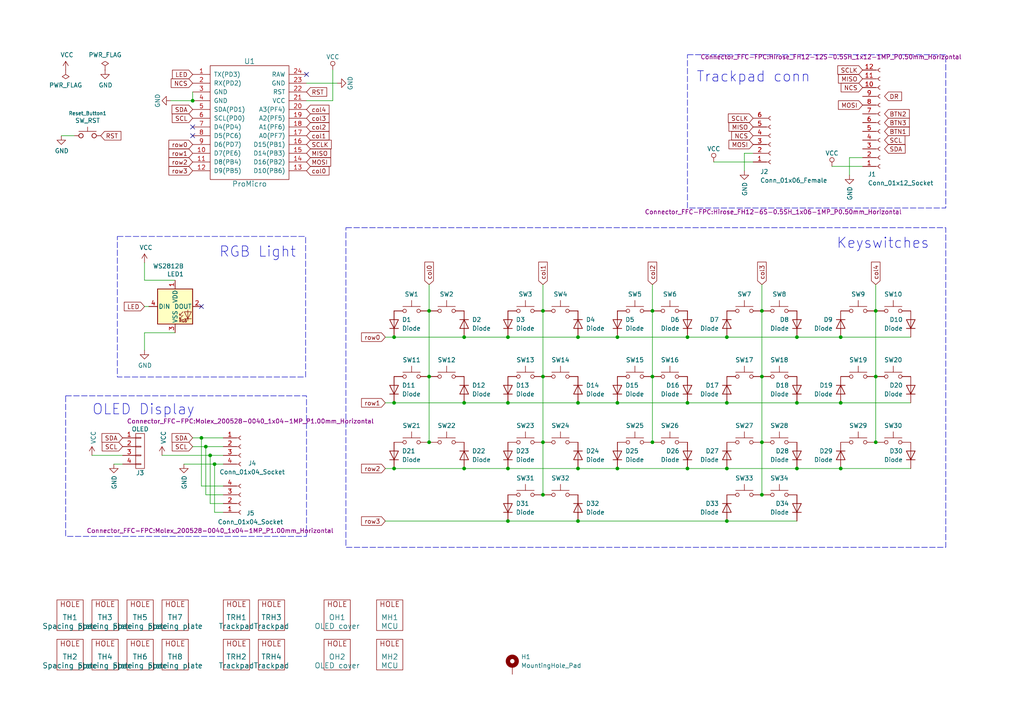
<source format=kicad_sch>
(kicad_sch (version 20231120) (generator "eeschema") (generator_version "8.0")
  (paper "A4")
  (lib_symbols
    (symbol "Connector:Conn_01x04_Socket" (pin_names (offset 1.016) hide)
      (property "Reference" "J" (at 0 5.08 0))
      (property "Value" "Conn_01x04_Socket" (at 0 -7.62 0))
      (symbol "Conn_01x04_Socket_1_1"
        (pin passive line (at -5.08 2.54 0) (length 3.81) (name "Pin_1") (number "1"))
        (pin passive line (at -5.08 0 0) (length 3.81) (name "Pin_2") (number "2"))
        (pin passive line (at -5.08 -2.54 0) (length 3.81) (name "Pin_3") (number "3"))
        (pin passive line (at -5.08 -5.08 0) (length 3.81) (name "Pin_4") (number "4"))
      )
    )
    (symbol "Connector:Conn_01x06_Female" (pin_names (offset 1.016) hide)
      (property "Reference" "J" (at 0 7.62 0))
      (property "Value" "Conn_01x06_Female" (at 0 -10.16 0))
      (symbol "Conn_01x06_Female_1_1"
        (pin passive line (at -5.08 5.08 0) (length 3.81) (name "Pin_1") (number "1"))
        (pin passive line (at -5.08 2.54 0) (length 3.81) (name "Pin_2") (number "2"))
        (pin passive line (at -5.08 0 0) (length 3.81) (name "Pin_3") (number "3"))
        (pin passive line (at -5.08 -2.54 0) (length 3.81) (name "Pin_4") (number "4"))
        (pin passive line (at -5.08 -5.08 0) (length 3.81) (name "Pin_5") (number "5"))
        (pin passive line (at -5.08 -7.62 0) (length 3.81) (name "Pin_6") (number "6"))
      )
    )
    (symbol "Connector:Conn_01x12_Socket" (pin_names (offset 1.016) hide)
      (property "Reference" "J" (at 0 15.24 0))
      (property "Value" "Conn_01x12_Socket" (at 0 -17.78 0))
      (symbol "Conn_01x12_Socket_1_1"
        (pin passive line (at -5.08 12.7 0) (length 3.81) (name "Pin_1") (number "1"))
        (pin passive line (at -5.08 -10.16 0) (length 3.81) (name "Pin_10") (number "10"))
        (pin passive line (at -5.08 -12.7 0) (length 3.81) (name "Pin_11") (number "11"))
        (pin passive line (at -5.08 -15.24 0) (length 3.81) (name "Pin_12") (number "12"))
        (pin passive line (at -5.08 10.16 0) (length 3.81) (name "Pin_2") (number "2"))
        (pin passive line (at -5.08 7.62 0) (length 3.81) (name "Pin_3") (number "3"))
        (pin passive line (at -5.08 5.08 0) (length 3.81) (name "Pin_4") (number "4"))
        (pin passive line (at -5.08 2.54 0) (length 3.81) (name "Pin_5") (number "5"))
        (pin passive line (at -5.08 0 0) (length 3.81) (name "Pin_6") (number "6"))
        (pin passive line (at -5.08 -2.54 0) (length 3.81) (name "Pin_7") (number "7"))
        (pin passive line (at -5.08 -5.08 0) (length 3.81) (name "Pin_8") (number "8"))
        (pin passive line (at -5.08 -7.62 0) (length 3.81) (name "Pin_9") (number "9"))
      )
    )
    (symbol "LED:WS2812B" (pin_names (offset 0.254))
      (property "Reference" "D" (at 5.08 5.715 0))
      (property "Value" "WS2812B" (at 1.27 -5.715 0))
      (symbol "WS2812B_0_0"
        (text "RGB" (at 2.286 -4.191 0) (effects (font (size 0.762 0.762))))
      )
      (symbol "WS2812B_1_1"
        (pin power_in line (at 0 7.62 270) (length 2.54) (name "VDD") (number "1"))
        (pin output line (at 7.62 0 180) (length 2.54) (name "DOUT") (number "2"))
        (pin power_in line (at 0 -7.62 90) (length 2.54) (name "VSS") (number "3"))
        (pin input line (at -7.62 0 0) (length 2.54) (name "DIN") (number "4"))
      )
    )
    (symbol "Mechanical:MountingHole_Pad" (pin_numbers hide) (pin_names (offset 1.016) hide) (exclude_from_sim yes) (in_bom no)
      (property "Reference" "H" (at 0 6.35 0))
      (property "Value" "MountingHole_Pad" (at 0 4.445 0))
      (symbol "MountingHole_Pad_1_1"
        (pin input line (at 0 -2.54 90) (length 2.54) (name "1") (number "1"))
      )
    )
    (symbol "SofleKeyboard-rescue:D-Lily58-cache-Lily58_Pro-rescue" (pin_numbers hide) (pin_names (offset 1.016) hide)
      (property "Reference" "D" (at 0 2.54 0))
      (property "Value" "D-Lily58-cache-Lily58_Pro-rescue" (at 0 -2.54 0))
      (symbol "D-Lily58-cache-Lily58_Pro-rescue_1_1"
        (pin passive line (at -3.81 0 0) (length 2.54) (name "K") (number "1"))
        (pin passive line (at 3.81 0 180) (length 2.54) (name "A") (number "2"))
      )
    )
    (symbol "SofleKeyboard-rescue:GND-Lily58-cache-Lily58_Pro-rescue" (power) (pin_names (offset 0))
      (property "Value" "GND-Lily58-cache-Lily58_Pro-rescue" (at 0 -3.81 0))
      (symbol "GND-Lily58-cache-Lily58_Pro-rescue_1_1"
        (pin power_in line (at 0 0 0) (length 0) hide (name "GND") (number "1"))
      )
    )
    (symbol "SofleKeyboard-rescue:HOLE-Lily58-cache-Lily58_Pro-rescue" (pin_names (offset 1.016))
      (property "Reference" "U" (at 0 0 0))
      (property "Value" "HOLE-Lily58-cache-Lily58_Pro-rescue" (at 0 -5.08 0))
      (symbol "HOLE-Lily58-cache-Lily58_Pro-rescue_0_0"
        (text "HOLE" (at 0 3.81 0) (effects (font (size 1.524 1.524))))
      )
    )
    (symbol "SofleKeyboard-rescue:OLED-Lily58-cache-Lily58_Pro-rescue" (pin_names (offset 1.016) hide)
      (property "Reference" "J" (at 0 6.35 0))
      (property "Value" "OLED-Lily58-cache-Lily58_Pro-rescue" (at 2.54 0 90))
      (symbol "OLED-Lily58-cache-Lily58_Pro-rescue_1_1"
        (pin passive line (at -5.08 3.81 0) (length 3.81) (name "P1") (number "1"))
        (pin passive line (at -5.08 1.27 0) (length 3.81) (name "P2") (number "2"))
        (pin passive line (at -5.08 -1.27 0) (length 3.81) (name "P3") (number "3"))
        (pin passive line (at -5.08 -3.81 0) (length 3.81) (name "P4") (number "4"))
      )
    )
    (symbol "SofleKeyboard-rescue:ProMicro_2-Lily58-cache-Lily58_Pro-rescue" (pin_names (offset 1.016))
      (property "Reference" "U" (at 0 17.78 0))
      (property "Value" "ProMicro_2-Lily58-cache-Lily58_Pro-rescue" (at 0 -17.78 0))
      (symbol "ProMicro_2-Lily58-cache-Lily58_Pro-rescue_1_1"
        (pin input line (at -16.51 13.97 0) (length 5.08) (name "TX(PD3)") (number "1"))
        (pin input line (at -16.51 -8.89 0) (length 5.08) (name "D7(PE6)") (number "10"))
        (pin input line (at -16.51 -11.43 0) (length 5.08) (name "D8(PB4)") (number "11"))
        (pin input line (at -16.51 -13.97 0) (length 5.08) (name "D9(PB5)") (number "12"))
        (pin input line (at 16.51 -13.97 180) (length 5.08) (name "D10(PB6)") (number "13"))
        (pin input line (at 16.51 -11.43 180) (length 5.08) (name "D16(PB2)") (number "14"))
        (pin input line (at 16.51 -8.89 180) (length 5.08) (name "D14(PB3)") (number "15"))
        (pin input line (at 16.51 -6.35 180) (length 5.08) (name "D15(PB1)") (number "16"))
        (pin input line (at 16.51 -3.81 180) (length 5.08) (name "A0(PF7)") (number "17"))
        (pin input line (at 16.51 -1.27 180) (length 5.08) (name "A1(PF6)") (number "18"))
        (pin input line (at 16.51 1.27 180) (length 5.08) (name "A2(PF5)") (number "19"))
        (pin input line (at -16.51 11.43 0) (length 5.08) (name "RX(PD2)") (number "2"))
        (pin input line (at 16.51 3.81 180) (length 5.08) (name "A3(PF4)") (number "20"))
        (pin input line (at 16.51 6.35 180) (length 5.08) (name "VCC") (number "21"))
        (pin input line (at 16.51 8.89 180) (length 5.08) (name "RST") (number "22"))
        (pin input line (at 16.51 11.43 180) (length 5.08) (name "GND") (number "23"))
        (pin input line (at 16.51 13.97 180) (length 5.08) (name "RAW") (number "24"))
        (pin input line (at -16.51 8.89 0) (length 5.08) (name "GND") (number "3"))
        (pin input line (at -16.51 6.35 0) (length 5.08) (name "GND") (number "4"))
        (pin input line (at -16.51 3.81 0) (length 5.08) (name "SDA(PD1)") (number "5"))
        (pin input line (at -16.51 1.27 0) (length 5.08) (name "SCL(PD0)") (number "6"))
        (pin input line (at -16.51 -1.27 0) (length 5.08) (name "D4(PD4)") (number "7"))
        (pin input line (at -16.51 -3.81 0) (length 5.08) (name "D5(PC6)") (number "8"))
        (pin input line (at -16.51 -6.35 0) (length 5.08) (name "D6(PD7)") (number "9"))
      )
    )
    (symbol "SofleKeyboard-rescue:SW_RST-Lily58-cache-Lily58_Pro-rescue" (pin_numbers hide) (pin_names (offset 1.016) hide)
      (property "Reference" "RSW" (at 2.54 2.54 0))
      (property "Value" "SW_RST-Lily58-cache-Lily58_Pro-rescue" (at 0 -2.54 0))
      (symbol "SW_RST-Lily58-cache-Lily58_Pro-rescue_0_1"
        (pin passive inverted (at -3.81 0 0) (length 2.54) (name "1") (number "1"))
        (pin passive inverted (at 3.81 0 180) (length 2.54) (name "2") (number "2"))
      )
    )
    (symbol "SofleKeyboard-rescue:VCC-Lily58-cache-Lily58_Pro-rescue" (power) (pin_names (offset 0))
      (property "Value" "VCC-Lily58-cache-Lily58_Pro-rescue" (at 0 3.81 0))
      (symbol "VCC-Lily58-cache-Lily58_Pro-rescue_1_1"
        (pin power_in line (at 0 0 90) (length 0) hide (name "VCC") (number "1"))
      )
    )
    (symbol "Switch:SW_Push" (pin_numbers hide) (pin_names (offset 1.016) hide)
      (property "Reference" "SW" (at 1.27 2.54 0))
      (property "Value" "SW_Push" (at 0 -1.524 0))
      (symbol "SW_Push_0_1"
        (pin passive line (at -5.08 0 0) (length 2.54) (name "1") (number "1"))
        (pin passive line (at 5.08 0 180) (length 2.54) (name "2") (number "2"))
      )
    )
    (symbol "power:GND" (power) (pin_names (offset 0))
      (property "Value" "GND" (at 0 -3.81 0))
      (symbol "GND_1_1"
        (pin power_in line (at 0 0 270) (length 0) hide (name "GND") (number "1"))
      )
    )
    (symbol "power:PWR_FLAG" (power) (pin_numbers hide) (pin_names (offset 0) hide)
      (property "Value" "PWR_FLAG" (at 0 3.81 0))
      (symbol "PWR_FLAG_0_0"
        (pin power_out line (at 0 0 90) (length 0) (name "pwr") (number "1"))
      )
    )
    (symbol "power:VCC" (power) (pin_names (offset 0))
      (property "Value" "VCC" (at 0 3.81 0))
      (symbol "VCC_1_1"
        (pin power_in line (at 0 0 90) (length 0) hide (name "VCC") (number "1"))
      )
    )
  )
  (junction (at 220.98 143.51))
  (junction (at 124.46 128.27))
  (junction (at 59.69 129.54))
  (junction (at 114.3 116.84))
  (junction (at 114.3 97.79))
  (junction (at 189.23 90.17))
  (junction (at 134.62 116.84))
  (junction (at 220.98 90.17))
  (junction (at 220.98 128.27))
  (junction (at 254 128.27))
  (junction (at 179.07 97.79))
  (junction (at 210.82 97.79))
  (junction (at 167.64 135.89))
  (junction (at 254 90.17))
  (junction (at 179.07 135.89))
  (junction (at 167.64 151.13))
  (junction (at 60.96 132.08))
  (junction (at 231.14 97.79))
  (junction (at 167.64 97.79))
  (junction (at 55.88 29.21))
  (junction (at 243.84 97.79))
  (junction (at 210.82 151.13))
  (junction (at 147.32 116.84))
  (junction (at 147.32 135.89))
  (junction (at 179.07 116.84))
  (junction (at 189.23 128.27))
  (junction (at 231.14 135.89))
  (junction (at 58.42 127))
  (junction (at 134.62 135.89))
  (junction (at 199.39 97.79))
  (junction (at 243.84 135.89))
  (junction (at 134.62 97.79))
  (junction (at 210.82 116.84))
  (junction (at 114.3 135.89))
  (junction (at 199.39 135.89))
  (junction (at 147.32 97.79))
  (junction (at 167.64 116.84))
  (junction (at 254 109.22))
  (junction (at 157.48 128.27))
  (junction (at 231.14 116.84))
  (junction (at 157.48 143.51))
  (junction (at 243.84 116.84))
  (junction (at 124.46 109.22))
  (junction (at 147.32 151.13))
  (junction (at 189.23 109.22))
  (junction (at 124.46 90.17))
  (junction (at 157.48 90.17))
  (junction (at 199.39 116.84))
  (junction (at 210.82 135.89))
  (junction (at 157.48 109.22))
  (junction (at 220.98 109.22))
  (junction (at 62.23 134.62))
  (no_connect (at 88.9 21.59))
  (no_connect (at 55.88 39.37))
  (no_connect (at 55.88 36.83))
  (no_connect (at 58.42 88.9))
  (wire (pts (xy 134.62 135.89) (xy 147.32 135.89)))
  (wire (pts (xy 41.91 81.28) (xy 50.8 81.28)))
  (wire (pts (xy 210.82 116.84) (xy 199.39 116.84)))
  (wire (pts (xy 264.16 135.89) (xy 243.84 135.89)))
  (wire (pts (xy 55.88 127) (xy 58.42 127)))
  (wire (pts (xy 157.48 109.22) (xy 157.48 128.27)))
  (wire (pts (xy 264.16 116.84) (xy 243.84 116.84)))
  (wire (pts (xy 114.3 135.89) (xy 134.62 135.89)))
  (wire (pts (xy 179.07 116.84) (xy 199.39 116.84)))
  (wire (pts (xy 55.88 129.54) (xy 59.69 129.54)))
  (wire (pts (xy 243.84 97.79) (xy 231.14 97.79)))
  (wire (pts (xy 41.91 76.2) (xy 41.91 81.28)))
  (wire (pts (xy 62.23 134.62) (xy 64.77 134.62)))
  (wire (pts (xy 53.34 134.62) (xy 62.23 134.62)))
  (wire (pts (xy 189.23 109.22) (xy 189.23 128.27)))
  (wire (pts (xy 111.76 135.89) (xy 114.3 135.89)))
  (wire (pts (xy 41.91 88.9) (xy 43.18 88.9)))
  (wire (pts (xy 231.14 116.84) (xy 210.82 116.84)))
  (wire (pts (xy 59.69 143.51) (xy 59.69 129.54)))
  (wire (pts (xy 114.3 116.84) (xy 134.62 116.84)))
  (wire (pts (xy 147.32 97.79) (xy 167.64 97.79)))
  (wire (pts (xy 58.42 140.97) (xy 58.42 127)))
  (wire (pts (xy 111.76 97.79) (xy 114.3 97.79)))
  (wire (pts (xy 96.52 20.32) (xy 96.52 29.21)))
  (wire (pts (xy 124.46 82.55) (xy 124.46 90.17)))
  (wire (pts (xy 241.3 48.26) (xy 250.19 48.26)))
  (wire (pts (xy 189.23 90.17) (xy 189.23 109.22)))
  (wire (pts (xy 88.9 29.21) (xy 96.52 29.21)))
  (wire (pts (xy 254 90.17) (xy 254 109.22)))
  (wire (pts (xy 60.96 146.05) (xy 60.96 132.08)))
  (wire (pts (xy 59.69 143.51) (xy 64.77 143.51)))
  (wire (pts (xy 167.64 116.84) (xy 179.07 116.84)))
  (wire (pts (xy 215.9 49.53) (xy 215.9 44.45)))
  (wire (pts (xy 41.91 96.52) (xy 41.91 101.6)))
  (wire (pts (xy 58.42 127) (xy 64.77 127)))
  (wire (pts (xy 55.88 26.67) (xy 55.88 29.21)))
  (wire (pts (xy 26.67 132.08) (xy 35.56 132.08)))
  (wire (pts (xy 134.62 97.79) (xy 147.32 97.79)))
  (wire (pts (xy 220.98 82.55) (xy 220.98 90.17)))
  (wire (pts (xy 179.07 97.79) (xy 199.39 97.79)))
  (wire (pts (xy 264.16 97.79) (xy 243.84 97.79)))
  (wire (pts (xy 114.3 97.79) (xy 134.62 97.79)))
  (wire (pts (xy 207.01 46.99) (xy 218.44 46.99)))
  (wire (pts (xy 124.46 90.17) (xy 124.46 109.22)))
  (wire (pts (xy 64.77 146.05) (xy 60.96 146.05)))
  (wire (pts (xy 46.99 132.08) (xy 60.96 132.08)))
  (wire (pts (xy 134.62 116.84) (xy 147.32 116.84)))
  (wire (pts (xy 157.48 90.17) (xy 157.48 109.22)))
  (wire (pts (xy 147.32 116.84) (xy 167.64 116.84)))
  (wire (pts (xy 231.14 151.13) (xy 210.82 151.13)))
  (wire (pts (xy 58.42 140.97) (xy 64.77 140.97)))
  (wire (pts (xy 220.98 128.27) (xy 220.98 143.51)))
  (wire (pts (xy 55.88 29.21) (xy 49.53 29.21)))
  (wire (pts (xy 60.96 132.08) (xy 64.77 132.08)))
  (wire (pts (xy 254 82.55) (xy 254 90.17)))
  (wire (pts (xy 124.46 109.22) (xy 124.46 128.27)))
  (wire (pts (xy 215.9 44.45) (xy 218.44 44.45)))
  (wire (pts (xy 220.98 90.17) (xy 220.98 109.22)))
  (wire (pts (xy 157.48 82.55) (xy 157.48 90.17)))
  (wire (pts (xy 167.64 135.89) (xy 179.07 135.89)))
  (wire (pts (xy 210.82 135.89) (xy 199.39 135.89)))
  (wire (pts (xy 111.76 116.84) (xy 114.3 116.84)))
  (wire (pts (xy 243.84 116.84) (xy 231.14 116.84)))
  (wire (pts (xy 246.38 50.8) (xy 246.38 45.72)))
  (wire (pts (xy 64.77 148.59) (xy 62.23 148.59)))
  (wire (pts (xy 189.23 82.55) (xy 189.23 90.17)))
  (wire (pts (xy 59.69 129.54) (xy 64.77 129.54)))
  (wire (pts (xy 246.38 45.72) (xy 250.19 45.72)))
  (wire (pts (xy 167.64 151.13) (xy 210.82 151.13)))
  (wire (pts (xy 35.56 134.62) (xy 33.02 134.62)))
  (wire (pts (xy 231.14 97.79) (xy 210.82 97.79)))
  (wire (pts (xy 147.32 135.89) (xy 167.64 135.89)))
  (wire (pts (xy 147.32 151.13) (xy 167.64 151.13)))
  (wire (pts (xy 111.76 151.13) (xy 147.32 151.13)))
  (wire (pts (xy 88.9 24.13) (xy 97.79 24.13)))
  (wire (pts (xy 41.91 96.52) (xy 50.8 96.52)))
  (wire (pts (xy 167.64 97.79) (xy 179.07 97.79)))
  (wire (pts (xy 179.07 135.89) (xy 199.39 135.89)))
  (wire (pts (xy 17.78 39.37) (xy 21.59 39.37)))
  (wire (pts (xy 210.82 97.79) (xy 199.39 97.79)))
  (wire (pts (xy 231.14 135.89) (xy 210.82 135.89)))
  (wire (pts (xy 220.98 109.22) (xy 220.98 128.27)))
  (wire (pts (xy 254 109.22) (xy 254 128.27)))
  (wire (pts (xy 62.23 148.59) (xy 62.23 134.62)))
  (wire (pts (xy 243.84 135.89) (xy 231.14 135.89)))
  (wire (pts (xy 157.48 128.27) (xy 157.48 143.51)))
  (rectangle (start 100.33 66.04) (end 274.32 158.75) (stroke (width 0) (type dash)))
  (rectangle (start 19.05 114.808) (end 88.9 155.575) (stroke (width 0) (type dash)))
  (rectangle (start 199.39 15.875) (end 274.32 60.325) (stroke (width 0) (type dash)))
  (rectangle (start 34.036 68.58) (end 88.646 109.347) (stroke (width 0) (type dash)))
  (text "RGB Light" (at 63.5 74.93 0) (effects (font (size 2.9972 2.9972)) (justify left bottom)))
  (text "Trackpad conn" (at 201.93 24.13 0) (effects (font (size 2.9972 2.9972)) (justify left bottom)))
  (text "OLED Display" (at 26.67 120.65 0) (effects (font (size 2.9972 2.9972)) (justify left bottom)))
  (text "Keyswitches" (at 242.57 72.39 0) (effects (font (size 2.9972 2.9972)) (justify left bottom)))
  (global_label "row0" (shape input) (at 55.88 41.91 180) (property "Intersheetrefs" "${INTERSHEET_REFS}" (effects (hide yes))))
  (global_label "row1" (shape input) (at 55.88 44.45 180) (property "Intersheetrefs" "${INTERSHEET_REFS}" (effects (hide yes))))
  (global_label "row0" (shape input) (at 111.76 97.79 180) (property "Intersheetrefs" "${INTERSHEET_REFS}" (effects (hide yes))))
  (global_label "RST" (shape input) (at 88.9 26.67 0) (property "Intersheetrefs" "${INTERSHEET_REFS}" (effects (hide yes))))
  (global_label "col3" (shape input) (at 88.9 34.29 0) (property "Intersheetrefs" "${INTERSHEET_REFS}" (effects (hide yes))))
  (global_label "NCS" (shape input) (at 250.19 25.4 180) (property "Intersheetrefs" "${INTERSHEET_REFS}" (effects (hide yes))))
  (global_label "col1" (shape input) (at 157.48 82.55 90) (property "Intersheetrefs" "${INTERSHEET_REFS}" (effects (hide yes))))
  (global_label "DR" (shape input) (at 256.54 27.94 0) (property "Intersheetrefs" "${INTERSHEET_REFS}" (effects (hide yes))))
  (global_label "MISO" (shape input) (at 218.44 36.83 180) (property "Intersheetrefs" "${INTERSHEET_REFS}" (effects (hide yes))))
  (global_label "row2" (shape input) (at 111.76 135.89 180) (property "Intersheetrefs" "${INTERSHEET_REFS}" (effects (hide yes))))
  (global_label "BTN3" (shape input) (at 256.54 35.56 0) (property "Intersheetrefs" "${INTERSHEET_REFS}" (effects (hide yes))))
  (global_label "LED" (shape input) (at 41.91 88.9 180) (property "Intersheetrefs" "${INTERSHEET_REFS}" (effects (hide yes))))
  (global_label "col2" (shape input) (at 189.23 82.55 90) (property "Intersheetrefs" "${INTERSHEET_REFS}" (effects (hide yes))))
  (global_label "row3" (shape input) (at 111.76 151.13 180) (property "Intersheetrefs" "${INTERSHEET_REFS}" (effects (hide yes))))
  (global_label "col4" (shape input) (at 88.9 31.75 0) (property "Intersheetrefs" "${INTERSHEET_REFS}" (effects (hide yes))))
  (global_label "MISO" (shape input) (at 88.9 44.45 0) (property "Intersheetrefs" "${INTERSHEET_REFS}" (effects (hide yes))))
  (global_label "MISO" (shape input) (at 250.19 22.86 180) (property "Intersheetrefs" "${INTERSHEET_REFS}" (effects (hide yes))))
  (global_label "SCLK" (shape input) (at 88.9 41.91 0) (property "Intersheetrefs" "${INTERSHEET_REFS}" (effects (hide yes))))
  (global_label "NCS" (shape input) (at 55.88 24.13 180) (property "Intersheetrefs" "${INTERSHEET_REFS}" (effects (hide yes))))
  (global_label "col0" (shape input) (at 88.9 49.53 0) (property "Intersheetrefs" "${INTERSHEET_REFS}" (effects (hide yes))))
  (global_label "BTN1" (shape input) (at 256.54 38.1 0) (property "Intersheetrefs" "${INTERSHEET_REFS}" (effects (hide yes))))
  (global_label "row2" (shape input) (at 55.88 46.99 180) (property "Intersheetrefs" "${INTERSHEET_REFS}" (effects (hide yes))))
  (global_label "col1" (shape input) (at 88.9 39.37 0) (property "Intersheetrefs" "${INTERSHEET_REFS}" (effects (hide yes))))
  (global_label "col2" (shape input) (at 88.9 36.83 0) (property "Intersheetrefs" "${INTERSHEET_REFS}" (effects (hide yes))))
  (global_label "row1" (shape input) (at 111.76 116.84 180) (property "Intersheetrefs" "${INTERSHEET_REFS}" (effects (hide yes))))
  (global_label "SCL" (shape input) (at 55.88 129.54 180) (property "Intersheetrefs" "${INTERSHEET_REFS}" (effects (hide yes))))
  (global_label "SDA" (shape input) (at 55.88 31.75 180) (property "Intersheetrefs" "${INTERSHEET_REFS}" (effects (hide yes))))
  (global_label "SDA" (shape input) (at 256.54 43.18 0) (property "Intersheetrefs" "${INTERSHEET_REFS}" (effects (hide yes))))
  (global_label "col4" (shape input) (at 254 82.55 90) (property "Intersheetrefs" "${INTERSHEET_REFS}" (effects (hide yes))))
  (global_label "col3" (shape input) (at 220.98 82.55 90) (property "Intersheetrefs" "${INTERSHEET_REFS}" (effects (hide yes))))
  (global_label "row3" (shape input) (at 55.88 49.53 180) (property "Intersheetrefs" "${INTERSHEET_REFS}" (effects (hide yes))))
  (global_label "SDA" (shape input) (at 35.56 127 180) (property "Intersheetrefs" "${INTERSHEET_REFS}" (effects (hide yes))))
  (global_label "SCLK" (shape input) (at 218.44 34.29 180) (property "Intersheetrefs" "${INTERSHEET_REFS}" (effects (hide yes))))
  (global_label "NCS" (shape input) (at 218.44 39.37 180) (property "Intersheetrefs" "${INTERSHEET_REFS}" (effects (hide yes))))
  (global_label "BTN2" (shape input) (at 256.54 33.02 0) (property "Intersheetrefs" "${INTERSHEET_REFS}" (effects (hide yes))))
  (global_label "MOSI" (shape input) (at 250.19 30.48 180) (property "Intersheetrefs" "${INTERSHEET_REFS}" (effects (hide yes))))
  (global_label "SDA" (shape input) (at 55.88 127 180) (property "Intersheetrefs" "${INTERSHEET_REFS}" (effects (hide yes))))
  (global_label "col0" (shape input) (at 124.46 82.55 90) (property "Intersheetrefs" "${INTERSHEET_REFS}" (effects (hide yes))))
  (global_label "SCLK" (shape input) (at 250.19 20.32 180) (property "Intersheetrefs" "${INTERSHEET_REFS}" (effects (hide yes))))
  (global_label "RST" (shape input) (at 29.21 39.37 0) (property "Intersheetrefs" "${INTERSHEET_REFS}" (effects (hide yes))))
  (global_label "SCL" (shape input) (at 256.54 40.64 0) (property "Intersheetrefs" "${INTERSHEET_REFS}" (effects (hide yes))))
  (global_label "SCL" (shape input) (at 55.88 34.29 180) (property "Intersheetrefs" "${INTERSHEET_REFS}" (effects (hide yes))))
  (global_label "MOSI" (shape input) (at 88.9 46.99 0) (property "Intersheetrefs" "${INTERSHEET_REFS}" (effects (hide yes))))
  (global_label "SCL" (shape input) (at 35.56 129.54 180) (property "Intersheetrefs" "${INTERSHEET_REFS}" (effects (hide yes))))
  (global_label "MOSI" (shape input) (at 218.44 41.91 180) (property "Intersheetrefs" "${INTERSHEET_REFS}" (effects (hide yes))))
  (global_label "LED" (shape input) (at 55.88 21.59 180) (property "Intersheetrefs" "${INTERSHEET_REFS}" (effects (hide yes))))
  (symbol (lib_id "SofleKeyboard-rescue:ProMicro_2-Lily58-cache-Lily58_Pro-rescue") (at 72.39 35.56 0) (unit 1)
    (property "Reference" "U1" (at 72.39 17.78 0) (effects (font (size 1.524 1.524))))
    (property "Value" "ProMicro" (at 72.39 53.34 0) (effects (font (size 1.524 1.524))))
    (property "Footprint" "jw_custom_footprints:ProMicro_1.1mm_hole_only" (effects (hide yes)))
  )
  (symbol (lib_id "Switch:SW_Push") (at 129.54 128.27 0) (unit 1)
    (property "Reference" "SW22" (at 129.54 123.444 0))
    (property "Value" "${REFERENCE}" (effects (hide yes)))
    (property "Footprint" "jw_custom_footprints:CherryMX_Hotswap_single_side" (effects (hide yes)))
  )
  (symbol (lib_id "power:GND") (at 53.34 134.62 0) (unit 1)
    (property "Reference" "#PWR032" (effects (hide yes)))
    (property "Value" "GND" (at 53.467 137.8712 90) (effects (justify right)))
  )
  (symbol (lib_id "power:VCC") (at 19.05 20.32 0) (unit 1)
    (property "Reference" "#PWR01" (effects (hide yes)))
    (property "Value" "VCC" (at 19.431 15.9258 0))
  )
  (symbol (lib_id "SofleKeyboard-rescue:SW_RST-Lily58-cache-Lily58_Pro-rescue") (at 25.4 39.37 0) (unit 1)
    (property "Reference" "Reset_Button1" (at 25.4 32.8676 0) (effects (font (size 1.016 1.016))))
    (property "Value" "SW_RST" (at 25.4 34.9758 0))
    (property "Footprint" "Button_Switch_SMD:SW_SPST_TL3342" (effects (hide yes)))
  )
  (symbol (lib_id "SofleKeyboard-rescue:D-Lily58-cache-Lily58_Pro-rescue") (at 147.32 113.03 90) (unit 1)
    (property "Reference" "D13" (at 149.606 111.76 90) (effects (justify right)))
    (property "Value" "Diode" (at 149.606 114.3 90) (effects (justify right)))
    (property "Footprint" "jw_custom_footprints:Diode_SOD123_SMD" (effects (hide yes)))
  )
  (symbol (lib_id "Connector:Conn_01x04_Socket") (at 69.85 146.05 0) (mirror x) (unit 1)
    (property "Reference" "J5" (at 72.644 148.844 0))
    (property "Value" "Conn_01x04_Socket" (at 72.644 151.384 0))
    (property "Footprint" "Connector_FFC-FPC:Molex_200528-0040_1x04-1MP_P1.00mm_Horizontal" (at 60.96 153.924 0))
    (property "Description" "Generic connector, single row, 01x04, script generated" (effects (hide yes)))
  )
  (symbol (lib_id "SofleKeyboard-rescue:D-Lily58-cache-Lily58_Pro-rescue") (at 210.82 93.98 90) (mirror x) (unit 1)
    (property "Reference" "D7" (at 208.534 92.71 90) (effects (justify left)))
    (property "Value" "Diode" (at 208.534 95.25 90) (effects (justify left)))
    (property "Footprint" "jw_custom_footprints:Diode_SOD123_SMD" (effects (hide yes)))
  )
  (symbol (lib_id "SofleKeyboard-rescue:HOLE-Lily58-cache-Lily58_Pro-rescue") (at 78.74 190.5 0) (unit 1)
    (property "Reference" "TRH4" (at 78.74 190.5 0) (effects (font (size 1.524 1.524))))
    (property "Value" "Trackpad" (at 78.74 193.04 0) (effects (font (size 1.524 1.524))))
    (property "Footprint" "MountingHole:MountingHole_2.2mm_M2_ISO7380_Pad" (effects (hide yes)))
  )
  (symbol (lib_id "Switch:SW_Push") (at 259.08 128.27 0) (mirror y) (unit 1)
    (property "Reference" "SW30" (at 259.08 123.444 0))
    (property "Value" "${REFERENCE}" (effects (hide yes)))
    (property "Footprint" "jw_custom_footprints:CherryMX_Hotswap_single_side" (effects (hide yes)))
  )
  (symbol (lib_id "SofleKeyboard-rescue:D-Lily58-cache-Lily58_Pro-rescue") (at 210.82 113.03 90) (mirror x) (unit 1)
    (property "Reference" "D17" (at 208.534 111.76 90) (effects (justify left)))
    (property "Value" "Diode" (at 208.534 114.3 90) (effects (justify left)))
    (property "Footprint" "jw_custom_footprints:Diode_SOD123_SMD" (effects (hide yes)))
  )
  (symbol (lib_id "SofleKeyboard-rescue:D-Lily58-cache-Lily58_Pro-rescue") (at 167.64 93.98 270) (unit 1)
    (property "Reference" "D4" (at 169.926 92.71 90) (effects (justify left)))
    (property "Value" "Diode" (at 169.926 95.25 90) (effects (justify left)))
    (property "Footprint" "jw_custom_footprints:Diode_SOD123_SMD" (effects (hide yes)))
  )
  (symbol (lib_id "SofleKeyboard-rescue:HOLE-Lily58-cache-Lily58_Pro-rescue") (at 113.03 190.5 0) (unit 1)
    (property "Reference" "MH2" (at 113.03 190.5 0) (effects (font (size 1.524 1.524))))
    (property "Value" "MCU" (at 113.03 193.04 0) (effects (font (size 1.524 1.524))))
    (property "Footprint" "MountingHole:MountingHole_2.2mm_M2_ISO7380_Pad" (effects (hide yes)))
  )
  (symbol (lib_id "Mechanical:MountingHole_Pad") (at 148.59 193.04 0) (unit 1) (exclude_from_sim yes) (in_bom no)
    (property "Reference" "H1" (at 151.13 190.4999 0) (effects (justify left)))
    (property "Value" "MountingHole_Pad" (at 151.13 193.0399 0) (effects (justify left)))
    (property "Footprint" "jw_custom_image:square_1" (effects (hide yes)))
    (property "Description" "Mounting Hole with connection" (effects (hide yes)))
  )
  (symbol (lib_id "SofleKeyboard-rescue:VCC-Lily58-cache-Lily58_Pro-rescue") (at 96.52 20.32 0) (unit 1)
    (property "Reference" "#PWR014" (effects (hide yes)))
    (property "Value" "VCC" (at 96.52 16.51 0))
  )
  (symbol (lib_id "power:GND") (at 30.48 20.32 0) (unit 1)
    (property "Reference" "#PWR02" (effects (hide yes)))
    (property "Value" "GND" (at 30.607 24.7142 0))
  )
  (symbol (lib_id "SofleKeyboard-rescue:D-Lily58-cache-Lily58_Pro-rescue") (at 243.84 132.08 90) (mirror x) (unit 1)
    (property "Reference" "D29" (at 241.554 130.81 90) (effects (justify left)))
    (property "Value" "Diode" (at 241.554 133.35 90) (effects (justify left)))
    (property "Footprint" "jw_custom_footprints:Diode_SOD123_SMD" (effects (hide yes)))
  )
  (symbol (lib_id "Switch:SW_Push") (at 162.56 109.22 0) (unit 1)
    (property "Reference" "SW14" (at 162.56 104.394 0))
    (property "Value" "${REFERENCE}" (effects (hide yes)))
    (property "Footprint" "jw_custom_footprints:CherryMX_Hotswap_single_side" (effects (hide yes)))
  )
  (symbol (lib_id "Switch:SW_Push") (at 226.06 143.51 0) (mirror y) (unit 1)
    (property "Reference" "SW34" (at 226.06 138.684 0))
    (property "Value" "${REFERENCE}" (effects (hide yes)))
    (property "Footprint" "jw_custom_footprints:CherryMX_Hotswap_single_side" (effects (hide yes)))
  )
  (symbol (lib_id "SofleKeyboard-rescue:HOLE-Lily58-cache-Lily58_Pro-rescue") (at 20.32 179.07 0) (unit 1)
    (property "Reference" "TH1" (at 20.32 179.07 0) (effects (font (size 1.524 1.524))))
    (property "Value" "Spacing plate" (at 20.32 181.61 0) (effects (font (size 1.524 1.524))))
    (property "Footprint" "MountingHole:MountingHole_3.2mm_M3" (effects (hide yes)))
  )
  (symbol (lib_id "SofleKeyboard-rescue:D-Lily58-cache-Lily58_Pro-rescue") (at 231.14 93.98 270) (mirror x) (unit 1)
    (property "Reference" "D8" (at 228.854 92.71 90) (effects (justify right)))
    (property "Value" "Diode" (at 228.854 95.25 90) (effects (justify right)))
    (property "Footprint" "jw_custom_footprints:Diode_SOD123_SMD" (effects (hide yes)))
  )
  (symbol (lib_id "Switch:SW_Push") (at 194.31 109.22 0) (mirror y) (unit 1)
    (property "Reference" "SW16" (at 194.31 104.394 0))
    (property "Value" "${REFERENCE}" (effects (hide yes)))
    (property "Footprint" "jw_custom_footprints:CherryMX_Hotswap_single_side" (effects (hide yes)))
  )
  (symbol (lib_id "Connector:Conn_01x04_Socket") (at 69.85 129.54 0) (unit 1)
    (property "Reference" "J4" (at 73.152 134.366 0))
    (property "Value" "Conn_01x04_Socket" (at 73.152 136.906 0))
    (property "Footprint" "Connector_FFC-FPC:Molex_200528-0040_1x04-1MP_P1.00mm_Horizontal" (at 72.644 122.174 0))
    (property "Description" "Generic connector, single row, 01x04, script generated" (effects (hide yes)))
  )
  (symbol (lib_id "SofleKeyboard-rescue:HOLE-Lily58-cache-Lily58_Pro-rescue") (at 40.64 190.5 0) (unit 1)
    (property "Reference" "TH6" (at 40.64 190.5 0) (effects (font (size 1.524 1.524))))
    (property "Value" "Spacing plate" (at 40.64 193.04 0) (effects (font (size 1.524 1.524))))
    (property "Footprint" "MountingHole:MountingHole_3.2mm_M3" (effects (hide yes)))
  )
  (symbol (lib_id "SofleKeyboard-rescue:D-Lily58-cache-Lily58_Pro-rescue") (at 147.32 147.32 90) (unit 1)
    (property "Reference" "D31" (at 149.606 146.05 90) (effects (justify right)))
    (property "Value" "Diode" (at 149.606 148.59 90) (effects (justify right)))
    (property "Footprint" "jw_custom_footprints:Diode_SOD123_SMD" (effects (hide yes)))
  )
  (symbol (lib_id "Switch:SW_Push") (at 226.06 90.17 0) (mirror y) (unit 1)
    (property "Reference" "SW8" (at 226.06 85.344 0))
    (property "Value" "${REFERENCE}" (effects (hide yes)))
    (property "Footprint" "jw_custom_footprints:CherryMX_Hotswap_single_side" (effects (hide yes)))
  )
  (symbol (lib_id "SofleKeyboard-rescue:HOLE-Lily58-cache-Lily58_Pro-rescue") (at 97.79 190.5 0) (unit 1)
    (property "Reference" "OH2" (at 97.79 190.5 0) (effects (font (size 1.524 1.524))))
    (property "Value" "OLED cover" (at 97.79 193.04 0) (effects (font (size 1.524 1.524))))
    (property "Footprint" "MountingHole:MountingHole_2.2mm_M2_ISO7380_Pad" (effects (hide yes)))
  )
  (symbol (lib_id "SofleKeyboard-rescue:D-Lily58-cache-Lily58_Pro-rescue") (at 264.16 113.03 270) (mirror x) (unit 1)
    (property "Reference" "D20" (at 261.874 111.76 90) (effects (justify right)))
    (property "Value" "Diode" (at 261.874 114.3 90) (effects (justify right)))
    (property "Footprint" "jw_custom_footprints:Diode_SOD123_SMD" (effects (hide yes)))
  )
  (symbol (lib_id "SofleKeyboard-rescue:D-Lily58-cache-Lily58_Pro-rescue") (at 147.32 132.08 90) (unit 1)
    (property "Reference" "D23" (at 149.606 130.81 90) (effects (justify right)))
    (property "Value" "Diode" (at 149.606 133.35 90) (effects (justify right)))
    (property "Footprint" "jw_custom_footprints:Diode_SOD123_SMD" (effects (hide yes)))
  )
  (symbol (lib_id "Switch:SW_Push") (at 226.06 109.22 0) (mirror y) (unit 1)
    (property "Reference" "SW18" (at 226.06 104.394 0))
    (property "Value" "${REFERENCE}" (effects (hide yes)))
    (property "Footprint" "jw_custom_footprints:CherryMX_Hotswap_single_side" (effects (hide yes)))
  )
  (symbol (lib_id "Switch:SW_Push") (at 152.4 128.27 0) (unit 1)
    (property "Reference" "SW23" (at 152.4 123.444 0))
    (property "Value" "${REFERENCE}" (effects (hide yes)))
    (property "Footprint" "jw_custom_footprints:CherryMX_Hotswap_single_side" (effects (hide yes)))
  )
  (symbol (lib_id "SofleKeyboard-rescue:HOLE-Lily58-cache-Lily58_Pro-rescue") (at 30.48 190.5 0) (unit 1)
    (property "Reference" "TH4" (at 30.48 190.5 0) (effects (font (size 1.524 1.524))))
    (property "Value" "Spacing plate" (at 30.48 193.04 0) (effects (font (size 1.524 1.524))))
    (property "Footprint" "MountingHole:MountingHole_3.2mm_M3" (effects (hide yes)))
  )
  (symbol (lib_id "Connector:Conn_01x06_Female") (at 223.52 41.91 0) (mirror x) (unit 1)
    (property "Reference" "J2" (at 220.472 49.784 0) (effects (justify left)))
    (property "Value" "Conn_01x06_Female" (at 220.472 52.324 0) (effects (justify left)))
    (property "Footprint" "Connector_FFC-FPC:Hirose_FH12-6S-0.5SH_1x06-1MP_P0.50mm_Horizontal" (at 224.282 61.468 0))
  )
  (symbol (lib_id "Switch:SW_Push") (at 119.38 109.22 0) (unit 1)
    (property "Reference" "SW11" (at 119.38 104.394 0))
    (property "Value" "${REFERENCE}" (effects (hide yes)))
    (property "Footprint" "jw_custom_footprints:CherryMX_Hotswap_single_side" (effects (hide yes)))
  )
  (symbol (lib_id "power:VCC") (at 46.99 132.08 0) (unit 1)
    (property "Reference" "#PWR031" (effects (hide yes)))
    (property "Value" "VCC" (at 47.4218 128.8288 90) (effects (justify left)))
  )
  (symbol (lib_id "SofleKeyboard-rescue:VCC-Lily58-cache-Lily58_Pro-rescue") (at 207.01 46.99 0) (unit 1)
    (property "Reference" "#PWR019" (effects (hide yes)))
    (property "Value" "VCC" (at 207.01 43.18 0))
  )
  (symbol (lib_id "SofleKeyboard-rescue:HOLE-Lily58-cache-Lily58_Pro-rescue") (at 68.58 190.5 0) (unit 1)
    (property "Reference" "TRH2" (at 68.58 190.5 0) (effects (font (size 1.524 1.524))))
    (property "Value" "Trackpad" (at 68.58 193.04 0) (effects (font (size 1.524 1.524))))
    (property "Footprint" "MountingHole:MountingHole_2.2mm_M2_ISO7380_Pad" (effects (hide yes)))
  )
  (symbol (lib_id "SofleKeyboard-rescue:D-Lily58-cache-Lily58_Pro-rescue") (at 114.3 113.03 90) (unit 1)
    (property "Reference" "D11" (at 116.586 111.76 90) (effects (justify right)))
    (property "Value" "Diode" (at 116.586 114.3 90) (effects (justify right)))
    (property "Footprint" "jw_custom_footprints:Diode_SOD123_SMD" (effects (hide yes)))
  )
  (symbol (lib_id "LED:WS2812B") (at 50.8 88.9 0) (unit 1)
    (property "Reference" "LED1" (at 53.34 79.502 0) (effects (justify right)))
    (property "Value" "WS2812B" (at 53.34 77.1906 0) (effects (justify right)))
    (property "Footprint" "LED_SMD:LED_WS2812B_PLCC4_5.0x5.0mm_P3.2mm" (effects (hide yes)))
    (property "Datasheet" "https://cdn-shop.adafruit.com/datasheets/WS2812B.pdf" (effects (hide yes)))
  )
  (symbol (lib_id "power:VCC") (at 41.91 76.2 0) (unit 1)
    (property "Reference" "#PWR04" (effects (hide yes)))
    (property "Value" "VCC" (at 42.3418 71.8058 0))
  )
  (symbol (lib_id "Switch:SW_Push") (at 184.15 109.22 0) (unit 1)
    (property "Reference" "SW15" (at 184.15 104.394 0))
    (property "Value" "${REFERENCE}" (effects (hide yes)))
    (property "Footprint" "jw_custom_footprints:CherryMX_Hotswap_single_side" (effects (hide yes)))
  )
  (symbol (lib_id "SofleKeyboard-rescue:D-Lily58-cache-Lily58_Pro-rescue") (at 210.82 147.32 90) (mirror x) (unit 1)
    (property "Reference" "D33" (at 208.534 146.05 90) (effects (justify left)))
    (property "Value" "Diode" (at 208.534 148.59 90) (effects (justify left)))
    (property "Footprint" "jw_custom_footprints:Diode_SOD123_SMD" (effects (hide yes)))
  )
  (symbol (lib_id "power:GND") (at 215.9 49.53 0) (unit 1)
    (property "Reference" "#PWR018" (effects (hide yes)))
    (property "Value" "GND" (at 216.027 52.7812 90) (effects (justify right)))
  )
  (symbol (lib_id "SofleKeyboard-rescue:D-Lily58-cache-Lily58_Pro-rescue") (at 167.64 147.32 270) (unit 1)
    (property "Reference" "D32" (at 169.926 146.05 90) (effects (justify left)))
    (property "Value" "Diode" (at 169.926 148.59 90) (effects (justify left)))
    (property "Footprint" "jw_custom_footprints:Diode_SOD123_SMD" (effects (hide yes)))
  )
  (symbol (lib_id "Switch:SW_Push") (at 119.38 128.27 0) (unit 1)
    (property "Reference" "SW21" (at 119.38 123.444 0))
    (property "Value" "${REFERENCE}" (effects (hide yes)))
    (property "Footprint" "jw_custom_footprints:CherryMX_Hotswap_single_side" (effects (hide yes)))
  )
  (symbol (lib_id "Switch:SW_Push") (at 248.92 90.17 0) (mirror y) (unit 1)
    (property "Reference" "SW9" (at 248.92 85.344 0))
    (property "Value" "${REFERENCE}" (effects (hide yes)))
    (property "Footprint" "jw_custom_footprints:CherryMX_Hotswap_single_side" (effects (hide yes)))
  )
  (symbol (lib_id "Switch:SW_Push") (at 215.9 143.51 0) (mirror y) (unit 1)
    (property "Reference" "SW33" (at 215.9 138.684 0))
    (property "Value" "${REFERENCE}" (effects (hide yes)))
    (property "Footprint" "jw_custom_footprints:CherryMX_Hotswap_single_side" (effects (hide yes)))
  )
  (symbol (lib_id "Switch:SW_Push") (at 184.15 128.27 0) (unit 1)
    (property "Reference" "SW25" (at 184.15 123.444 0))
    (property "Value" "${REFERENCE}" (effects (hide yes)))
    (property "Footprint" "jw_custom_footprints:CherryMX_Hotswap_single_side" (effects (hide yes)))
  )
  (symbol (lib_id "SofleKeyboard-rescue:HOLE-Lily58-cache-Lily58_Pro-rescue") (at 50.8 190.5 0) (unit 1)
    (property "Reference" "TH8" (at 50.8 190.5 0) (effects (font (size 1.524 1.524))))
    (property "Value" "Spacing plate" (at 50.8 193.04 0) (effects (font (size 1.524 1.524))))
    (property "Footprint" "MountingHole:MountingHole_3.2mm_M3" (effects (hide yes)))
  )
  (symbol (lib_id "Switch:SW_Push") (at 162.56 143.51 0) (unit 1)
    (property "Reference" "SW32" (at 162.56 138.684 0))
    (property "Value" "${REFERENCE}" (effects (hide yes)))
    (property "Footprint" "jw_custom_footprints:CherryMX_Hotswap_single_side" (effects (hide yes)))
  )
  (symbol (lib_id "Switch:SW_Push") (at 162.56 90.17 0) (unit 1)
    (property "Reference" "SW4" (at 162.56 85.344 0))
    (property "Value" "${REFERENCE}" (effects (hide yes)))
    (property "Footprint" "jw_custom_footprints:CherryMX_Hotswap_single_side" (effects (hide yes)))
  )
  (symbol (lib_id "SofleKeyboard-rescue:HOLE-Lily58-cache-Lily58_Pro-rescue") (at 78.74 179.07 0) (unit 1)
    (property "Reference" "TRH3" (at 78.74 179.07 0) (effects (font (size 1.524 1.524))))
    (property "Value" "Trackpad" (at 78.74 181.61 0) (effects (font (size 1.524 1.524))))
    (property "Footprint" "MountingHole:MountingHole_2.2mm_M2_ISO7380_Pad" (effects (hide yes)))
  )
  (symbol (lib_id "power:VCC") (at 26.67 132.08 0) (unit 1)
    (property "Reference" "#PWR017" (effects (hide yes)))
    (property "Value" "VCC" (at 27.1018 128.8288 90) (effects (justify left)))
  )
  (symbol (lib_id "Switch:SW_Push") (at 194.31 90.17 0) (mirror y) (unit 1)
    (property "Reference" "SW6" (at 194.31 85.344 0))
    (property "Value" "${REFERENCE}" (effects (hide yes)))
    (property "Footprint" "jw_custom_footprints:CherryMX_Hotswap_single_side" (effects (hide yes)))
  )
  (symbol (lib_id "SofleKeyboard-rescue:D-Lily58-cache-Lily58_Pro-rescue") (at 179.07 113.03 90) (unit 1)
    (property "Reference" "D15" (at 181.356 111.76 90) (effects (justify right)))
    (property "Value" "Diode" (at 181.356 114.3 90) (effects (justify right)))
    (property "Footprint" "jw_custom_footprints:Diode_SOD123_SMD" (effects (hide yes)))
  )
  (symbol (lib_id "SofleKeyboard-rescue:D-Lily58-cache-Lily58_Pro-rescue") (at 114.3 132.08 90) (unit 1)
    (property "Reference" "D21" (at 116.586 130.81 90) (effects (justify right)))
    (property "Value" "Diode" (at 116.586 133.35 90) (effects (justify right)))
    (property "Footprint" "jw_custom_footprints:Diode_SOD123_SMD" (effects (hide yes)))
  )
  (symbol (lib_id "SofleKeyboard-rescue:HOLE-Lily58-cache-Lily58_Pro-rescue") (at 20.32 190.5 0) (unit 1)
    (property "Reference" "TH2" (at 20.32 190.5 0) (effects (font (size 1.524 1.524))))
    (property "Value" "Spacing plate" (at 20.32 193.04 0) (effects (font (size 1.524 1.524))))
    (property "Footprint" "MountingHole:MountingHole_3.2mm_M3" (effects (hide yes)))
  )
  (symbol (lib_id "SofleKeyboard-rescue:HOLE-Lily58-cache-Lily58_Pro-rescue") (at 68.58 179.07 0) (unit 1)
    (property "Reference" "TRH1" (at 68.58 179.07 0) (effects (font (size 1.524 1.524))))
    (property "Value" "Trackpad" (at 68.58 181.61 0) (effects (font (size 1.524 1.524))))
    (property "Footprint" "MountingHole:MountingHole_2.2mm_M2_ISO7380_Pad" (effects (hide yes)))
  )
  (symbol (lib_id "SofleKeyboard-rescue:D-Lily58-cache-Lily58_Pro-rescue") (at 243.84 113.03 90) (mirror x) (unit 1)
    (property "Reference" "D19" (at 241.554 111.76 90) (effects (justify left)))
    (property "Value" "Diode" (at 241.554 114.3 90) (effects (justify left)))
    (property "Footprint" "jw_custom_footprints:Diode_SOD123_SMD" (effects (hide yes)))
  )
  (symbol (lib_id "SofleKeyboard-rescue:D-Lily58-cache-Lily58_Pro-rescue") (at 167.64 113.03 270) (unit 1)
    (property "Reference" "D14" (at 169.926 111.76 90) (effects (justify left)))
    (property "Value" "Diode" (at 169.926 114.3 90) (effects (justify left)))
    (property "Footprint" "jw_custom_footprints:Diode_SOD123_SMD" (effects (hide yes)))
  )
  (symbol (lib_id "Switch:SW_Push") (at 215.9 90.17 0) (mirror y) (unit 1)
    (property "Reference" "SW7" (at 215.9 85.344 0))
    (property "Value" "${REFERENCE}" (effects (hide yes)))
    (property "Footprint" "jw_custom_footprints:CherryMX_Hotswap_single_side" (effects (hide yes)))
  )
  (symbol (lib_id "SofleKeyboard-rescue:GND-Lily58-cache-Lily58_Pro-rescue") (at 49.53 29.21 270) (unit 1)
    (property "Reference" "#PWR013" (effects (hide yes)))
    (property "Value" "GND" (at 45.72 29.21 0))
  )
  (symbol (lib_id "Switch:SW_Push") (at 226.06 128.27 0) (mirror y) (unit 1)
    (property "Reference" "SW28" (at 226.06 123.444 0))
    (property "Value" "${REFERENCE}" (effects (hide yes)))
    (property "Footprint" "jw_custom_footprints:CherryMX_Hotswap_single_side" (effects (hide yes)))
  )
  (symbol (lib_id "SofleKeyboard-rescue:HOLE-Lily58-cache-Lily58_Pro-rescue") (at 113.03 179.07 0) (unit 1)
    (property "Reference" "MH1" (at 113.03 179.07 0) (effects (font (size 1.524 1.524))))
    (property "Value" "MCU" (at 113.03 181.61 0) (effects (font (size 1.524 1.524))))
    (property "Footprint" "MountingHole:MountingHole_2.2mm_M2_ISO7380_Pad" (effects (hide yes)))
  )
  (symbol (lib_id "SofleKeyboard-rescue:D-Lily58-cache-Lily58_Pro-rescue") (at 179.07 132.08 90) (unit 1)
    (property "Reference" "D25" (at 181.356 130.81 90) (effects (justify right)))
    (property "Value" "Diode" (at 181.356 133.35 90) (effects (justify right)))
    (property "Footprint" "jw_custom_footprints:Diode_SOD123_SMD" (effects (hide yes)))
  )
  (symbol (lib_id "SofleKeyboard-rescue:D-Lily58-cache-Lily58_Pro-rescue") (at 243.84 93.98 90) (mirror x) (unit 1)
    (property "Reference" "D9" (at 241.554 92.71 90) (effects (justify left)))
    (property "Value" "Diode" (at 241.554 95.25 90) (effects (justify left)))
    (property "Footprint" "jw_custom_footprints:Diode_SOD123_SMD" (effects (hide yes)))
  )
  (symbol (lib_id "Switch:SW_Push") (at 184.15 90.17 0) (unit 1)
    (property "Reference" "SW5" (at 184.15 85.344 0))
    (property "Value" "${REFERENCE}" (effects (hide yes)))
    (property "Footprint" "jw_custom_footprints:CherryMX_Hotswap_single_side" (effects (hide yes)))
  )
  (symbol (lib_id "Switch:SW_Push") (at 152.4 109.22 0) (unit 1)
    (property "Reference" "SW13" (at 152.4 104.394 0))
    (property "Value" "${REFERENCE}" (effects (hide yes)))
    (property "Footprint" "jw_custom_footprints:CherryMX_Hotswap_single_side" (effects (hide yes)))
  )
  (symbol (lib_id "SofleKeyboard-rescue:D-Lily58-cache-Lily58_Pro-rescue") (at 231.14 113.03 270) (mirror x) (unit 1)
    (property "Reference" "D18" (at 228.854 111.76 90) (effects (justify right)))
    (property "Value" "Diode" (at 228.854 114.3 90) (effects (justify right)))
    (property "Footprint" "jw_custom_footprints:Diode_SOD123_SMD" (effects (hide yes)))
  )
  (symbol (lib_id "Switch:SW_Push") (at 152.4 90.17 0) (unit 1)
    (property "Reference" "SW3" (at 152.4 85.344 0))
    (property "Value" "${REFERENCE}" (effects (hide yes)))
    (property "Footprint" "jw_custom_footprints:CherryMX_Hotswap_single_side" (effects (hide yes)))
  )
  (symbol (lib_id "Switch:SW_Push") (at 129.54 109.22 0) (unit 1)
    (property "Reference" "SW12" (at 129.54 104.394 0))
    (property "Value" "${REFERENCE}" (effects (hide yes)))
    (property "Footprint" "jw_custom_footprints:CherryMX_Hotswap_single_side" (effects (hide yes)))
  )
  (symbol (lib_id "SofleKeyboard-rescue:D-Lily58-cache-Lily58_Pro-rescue") (at 199.39 93.98 270) (mirror x) (unit 1)
    (property "Reference" "D6" (at 197.104 92.71 90) (effects (justify right)))
    (property "Value" "Diode" (at 197.104 95.25 90) (effects (justify right)))
    (property "Footprint" "jw_custom_footprints:Diode_SOD123_SMD" (effects (hide yes)))
  )
  (symbol (lib_id "SofleKeyboard-rescue:D-Lily58-cache-Lily58_Pro-rescue") (at 199.39 113.03 270) (mirror x) (unit 1)
    (property "Reference" "D16" (at 197.104 111.76 90) (effects (justify right)))
    (property "Value" "Diode" (at 197.104 114.3 90) (effects (justify right)))
    (property "Footprint" "jw_custom_footprints:Diode_SOD123_SMD" (effects (hide yes)))
  )
  (symbol (lib_id "power:GND") (at 246.38 50.8 0) (unit 1)
    (property "Reference" "#PWR021" (effects (hide yes)))
    (property "Value" "GND" (at 246.507 54.0512 90) (effects (justify right)))
  )
  (symbol (lib_id "power:PWR_FLAG") (at 30.48 20.32 0) (unit 1)
    (property "Reference" "#FLG02" (effects (hide yes)))
    (property "Value" "PWR_FLAG" (at 30.48 15.9258 0))
  )
  (symbol (lib_id "SofleKeyboard-rescue:HOLE-Lily58-cache-Lily58_Pro-rescue") (at 40.64 179.07 0) (unit 1)
    (property "Reference" "TH5" (at 40.64 179.07 0) (effects (font (size 1.524 1.524))))
    (property "Value" "Spacing plate" (at 40.64 181.61 0) (effects (font (size 1.524 1.524))))
    (property "Footprint" "MountingHole:MountingHole_3.2mm_M3" (effects (hide yes)))
  )
  (symbol (lib_id "SofleKeyboard-rescue:D-Lily58-cache-Lily58_Pro-rescue") (at 134.62 113.03 270) (unit 1)
    (property "Reference" "D12" (at 136.906 111.76 90) (effects (justify left)))
    (property "Value" "Diode" (at 136.906 114.3 90) (effects (justify left)))
    (property "Footprint" "jw_custom_footprints:Diode_SOD123_SMD" (effects (hide yes)))
  )
  (symbol (lib_id "Switch:SW_Push") (at 215.9 128.27 0) (mirror y) (unit 1)
    (property "Reference" "SW27" (at 215.9 123.444 0))
    (property "Value" "${REFERENCE}" (effects (hide yes)))
    (property "Footprint" "jw_custom_footprints:CherryMX_Hotswap_single_side" (effects (hide yes)))
  )
  (symbol (lib_id "SofleKeyboard-rescue:HOLE-Lily58-cache-Lily58_Pro-rescue") (at 50.8 179.07 0) (unit 1)
    (property "Reference" "TH7" (at 50.8 179.07 0) (effects (font (size 1.524 1.524))))
    (property "Value" "Spacing plate" (at 50.8 181.61 0) (effects (font (size 1.524 1.524))))
    (property "Footprint" "MountingHole:MountingHole_3.2mm_M3" (effects (hide yes)))
  )
  (symbol (lib_id "SofleKeyboard-rescue:D-Lily58-cache-Lily58_Pro-rescue") (at 114.3 93.98 90) (unit 1)
    (property "Reference" "D1" (at 116.586 92.71 90) (effects (justify right)))
    (property "Value" "Diode" (at 116.586 95.25 90) (effects (justify right)))
    (property "Footprint" "jw_custom_footprints:Diode_SOD123_SMD" (effects (hide yes)))
  )
  (symbol (lib_id "SofleKeyboard-rescue:GND-Lily58-cache-Lily58_Pro-rescue") (at 17.78 39.37 0) (unit 1)
    (property "Reference" "#PWR011" (effects (hide yes)))
    (property "Value" "GND" (at 17.907 43.7642 0))
  )
  (symbol (lib_id "Switch:SW_Push") (at 215.9 109.22 0) (mirror y) (unit 1)
    (property "Reference" "SW17" (at 215.9 104.394 0))
    (property "Value" "${REFERENCE}" (effects (hide yes)))
    (property "Footprint" "jw_custom_footprints:CherryMX_Hotswap_single_side" (effects (hide yes)))
  )
  (symbol (lib_id "SofleKeyboard-rescue:D-Lily58-cache-Lily58_Pro-rescue") (at 264.16 132.08 270) (mirror x) (unit 1)
    (property "Reference" "D30" (at 261.874 130.81 90) (effects (justify right)))
    (property "Value" "Diode" (at 261.874 133.35 90) (effects (justify right)))
    (property "Footprint" "jw_custom_footprints:Diode_SOD123_SMD" (effects (hide yes)))
  )
  (symbol (lib_id "SofleKeyboard-rescue:D-Lily58-cache-Lily58_Pro-rescue") (at 231.14 132.08 270) (mirror x) (unit 1)
    (property "Reference" "D28" (at 228.854 130.81 90) (effects (justify right)))
    (property "Value" "Diode" (at 228.854 133.35 90) (effects (justify right)))
    (property "Footprint" "jw_custom_footprints:Diode_SOD123_SMD" (effects (hide yes)))
  )
  (symbol (lib_id "SofleKeyboard-rescue:D-Lily58-cache-Lily58_Pro-rescue") (at 134.62 132.08 270) (unit 1)
    (property "Reference" "D22" (at 136.906 130.81 90) (effects (justify left)))
    (property "Value" "Diode" (at 136.906 133.35 90) (effects (justify left)))
    (property "Footprint" "jw_custom_footprints:Diode_SOD123_SMD" (effects (hide yes)))
  )
  (symbol (lib_id "SofleKeyboard-rescue:D-Lily58-cache-Lily58_Pro-rescue") (at 231.14 147.32 270) (mirror x) (unit 1)
    (property "Reference" "D34" (at 228.854 146.05 90) (effects (justify right)))
    (property "Value" "Diode" (at 228.854 148.59 90) (effects (justify right)))
    (property "Footprint" "jw_custom_footprints:Diode_SOD123_SMD" (effects (hide yes)))
  )
  (symbol (lib_id "Switch:SW_Push") (at 259.08 109.22 0) (mirror y) (unit 1)
    (property "Reference" "SW20" (at 259.08 104.394 0))
    (property "Value" "${REFERENCE}" (effects (hide yes)))
    (property "Footprint" "jw_custom_footprints:CherryMX_Hotswap_single_side" (effects (hide yes)))
  )
  (symbol (lib_id "Switch:SW_Push") (at 248.92 128.27 0) (mirror y) (unit 1)
    (property "Reference" "SW29" (at 248.92 123.444 0))
    (property "Value" "${REFERENCE}" (effects (hide yes)))
    (property "Footprint" "jw_custom_footprints:CherryMX_Hotswap_single_side" (effects (hide yes)))
  )
  (symbol (lib_id "SofleKeyboard-rescue:D-Lily58-cache-Lily58_Pro-rescue") (at 264.16 93.98 270) (mirror x) (unit 1)
    (property "Reference" "D10" (at 261.874 92.71 90) (effects (justify right)))
    (property "Value" "Diode" (at 261.874 95.25 90) (effects (justify right)))
    (property "Footprint" "jw_custom_footprints:Diode_SOD123_SMD" (effects (hide yes)))
  )
  (symbol (lib_id "SofleKeyboard-rescue:D-Lily58-cache-Lily58_Pro-rescue") (at 147.32 93.98 90) (unit 1)
    (property "Reference" "D3" (at 149.606 92.71 90) (effects (justify right)))
    (property "Value" "Diode" (at 149.606 95.25 90) (effects (justify right)))
    (property "Footprint" "jw_custom_footprints:Diode_SOD123_SMD" (effects (hide yes)))
  )
  (symbol (lib_id "SofleKeyboard-rescue:D-Lily58-cache-Lily58_Pro-rescue") (at 134.62 93.98 270) (unit 1)
    (property "Reference" "D2" (at 136.906 92.71 90) (effects (justify left)))
    (property "Value" "Diode" (at 136.906 95.25 90) (effects (justify left)))
    (property "Footprint" "jw_custom_footprints:Diode_SOD123_SMD" (effects (hide yes)))
  )
  (symbol (lib_id "SofleKeyboard-rescue:D-Lily58-cache-Lily58_Pro-rescue") (at 167.64 132.08 270) (unit 1)
    (property "Reference" "D24" (at 169.926 130.81 90) (effects (justify left)))
    (property "Value" "Diode" (at 169.926 133.35 90) (effects (justify left)))
    (property "Footprint" "jw_custom_footprints:Diode_SOD123_SMD" (effects (hide yes)))
  )
  (symbol (lib_id "Switch:SW_Push") (at 194.31 128.27 0) (mirror y) (unit 1)
    (property "Reference" "SW26" (at 194.31 123.444 0))
    (property "Value" "${REFERENCE}" (effects (hide yes)))
    (property "Footprint" "jw_custom_footprints:CherryMX_Hotswap_single_side" (effects (hide yes)))
  )
  (symbol (lib_id "Switch:SW_Push") (at 162.56 128.27 0) (unit 1)
    (property "Reference" "SW24" (at 162.56 123.444 0))
    (property "Value" "${REFERENCE}" (effects (hide yes)))
    (property "Footprint" "jw_custom_footprints:CherryMX_Hotswap_single_side" (effects (hide yes)))
  )
  (symbol (lib_id "Switch:SW_Push") (at 119.38 90.17 0) (unit 1)
    (property "Reference" "SW1" (at 119.38 85.344 0))
    (property "Value" "${REFERENCE}" (effects (hide yes)))
    (property "Footprint" "jw_custom_footprints:CherryMX_Hotswap_single_side" (effects (hide yes)))
  )
  (symbol (lib_id "Connector:Conn_01x12_Socket") (at 255.27 35.56 0) (mirror x) (unit 1)
    (property "Reference" "J1" (at 251.714 50.546 0) (effects (justify left)))
    (property "Value" "Conn_01x12_Socket" (at 251.714 53.086 0) (effects (justify left)))
    (property "Footprint" "Connector_FFC-FPC:Hirose_FH12-12S-0.5SH_1x12-1MP_P0.50mm_Horizontal" (at 241.046 16.51 0))
    (property "Description" "Generic connector, single row, 01x12, script generated" (effects (hide yes)))
  )
  (symbol (lib_id "SofleKeyboard-rescue:D-Lily58-cache-Lily58_Pro-rescue") (at 199.39 132.08 270) (mirror x) (unit 1)
    (property "Reference" "D26" (at 197.104 130.81 90) (effects (justify right)))
    (property "Value" "Diode" (at 197.104 133.35 90) (effects (justify right)))
    (property "Footprint" "jw_custom_footprints:Diode_SOD123_SMD" (effects (hide yes)))
  )
  (symbol (lib_id "Switch:SW_Push") (at 152.4 143.51 0) (unit 1)
    (property "Reference" "SW31" (at 152.4 138.684 0))
    (property "Value" "${REFERENCE}" (effects (hide yes)))
    (property "Footprint" "jw_custom_footprints:CherryMX_Hotswap_single_side" (effects (hide yes)))
  )
  (symbol (lib_id "Switch:SW_Push") (at 259.08 90.17 0) (mirror y) (unit 1)
    (property "Reference" "SW10" (at 259.08 85.344 0))
    (property "Value" "${REFERENCE}" (effects (hide yes)))
    (property "Footprint" "jw_custom_footprints:CherryMX_Hotswap_single_side" (effects (hide yes)))
  )
  (symbol (lib_id "SofleKeyboard-rescue:HOLE-Lily58-cache-Lily58_Pro-rescue") (at 30.48 179.07 0) (unit 1)
    (property "Reference" "TH3" (at 30.48 179.07 0) (effects (font (size 1.524 1.524))))
    (property "Value" "Spacing plate" (at 30.48 181.61 0) (effects (font (size 1.524 1.524))))
    (property "Footprint" "MountingHole:MountingHole_3.2mm_M3" (effects (hide yes)))
  )
  (symbol (lib_id "SofleKeyboard-rescue:OLED-Lily58-cache-Lily58_Pro-rescue") (at 40.64 130.81 0) (unit 1)
    (property "Reference" "J3" (at 40.64 137.16 0))
    (property "Value" "OLED" (at 40.64 124.46 0))
    (property "Footprint" "Connector_PinSocket_2.54mm:PinSocket_1x04_P2.54mm_Vertical" (effects (hide yes)))
  )
  (symbol (lib_id "SofleKeyboard-rescue:HOLE-Lily58-cache-Lily58_Pro-rescue") (at 97.79 179.07 0) (unit 1)
    (property "Reference" "OH1" (at 97.79 179.07 0) (effects (font (size 1.524 1.524))))
    (property "Value" "OLED cover" (at 97.79 181.61 0) (effects (font (size 1.524 1.524))))
    (property "Footprint" "MountingHole:MountingHole_2.2mm_M2_ISO7380_Pad" (effects (hide yes)))
  )
  (symbol (lib_id "SofleKeyboard-rescue:D-Lily58-cache-Lily58_Pro-rescue") (at 210.82 132.08 90) (mirror x) (unit 1)
    (property "Reference" "D27" (at 208.534 130.81 90) (effects (justify left)))
    (property "Value" "Diode" (at 208.534 133.35 90) (effects (justify left)))
    (property "Footprint" "jw_custom_footprints:Diode_SOD123_SMD" (effects (hide yes)))
  )
  (symbol (lib_id "Switch:SW_Push") (at 129.54 90.17 0) (unit 1)
    (property "Reference" "SW2" (at 129.54 85.344 0))
    (property "Value" "${REFERENCE}" (effects (hide yes)))
    (property "Footprint" "jw_custom_footprints:CherryMX_Hotswap_single_side" (effects (hide yes)))
  )
  (symbol (lib_id "SofleKeyboard-rescue:D-Lily58-cache-Lily58_Pro-rescue") (at 179.07 93.98 90) (unit 1)
    (property "Reference" "D5" (at 181.356 92.71 90) (effects (justify right)))
    (property "Value" "Diode" (at 181.356 95.25 90) (effects (justify right)))
    (property "Footprint" "jw_custom_footprints:Diode_SOD123_SMD" (effects (hide yes)))
  )
  (symbol (lib_id "SofleKeyboard-rescue:GND-Lily58-cache-Lily58_Pro-rescue") (at 97.79 24.13 90) (unit 1)
    (property "Reference" "#PWR012" (effects (hide yes)))
    (property "Value" "GND" (at 101.6 24.13 0))
  )
  (symbol (lib_id "power:PWR_FLAG") (at 19.05 20.32 180) (unit 1)
    (property "Reference" "#FLG01" (effects (hide yes)))
    (property "Value" "PWR_FLAG" (at 19.05 24.7142 0))
  )
  (symbol (lib_id "power:GND") (at 41.91 101.6 0) (unit 1)
    (property "Reference" "#PWR05" (effects (hide yes)))
    (property "Value" "GND" (at 42.037 105.9942 0))
  )
  (symbol (lib_id "Switch:SW_Push") (at 248.92 109.22 0) (mirror y) (unit 1)
    (property "Reference" "SW19" (at 248.92 104.394 0))
    (property "Value" "${REFERENCE}" (effects (hide yes)))
    (property "Footprint" "jw_custom_footprints:CherryMX_Hotswap_single_side" (effects (hide yes)))
  )
  (symbol (lib_id "SofleKeyboard-rescue:VCC-Lily58-cache-Lily58_Pro-rescue") (at 241.3 48.26 0) (unit 1)
    (property "Reference" "#PWR020" (effects (hide yes)))
    (property "Value" "VCC" (at 241.3 44.45 0))
  )
  (symbol (lib_id "power:GND") (at 33.02 134.62 0) (unit 1)
    (property "Reference" "#PWR016" (effects (hide yes)))
    (property "Value" "GND" (at 33.147 137.8712 90) (effects (justify right)))
  )
)
</source>
